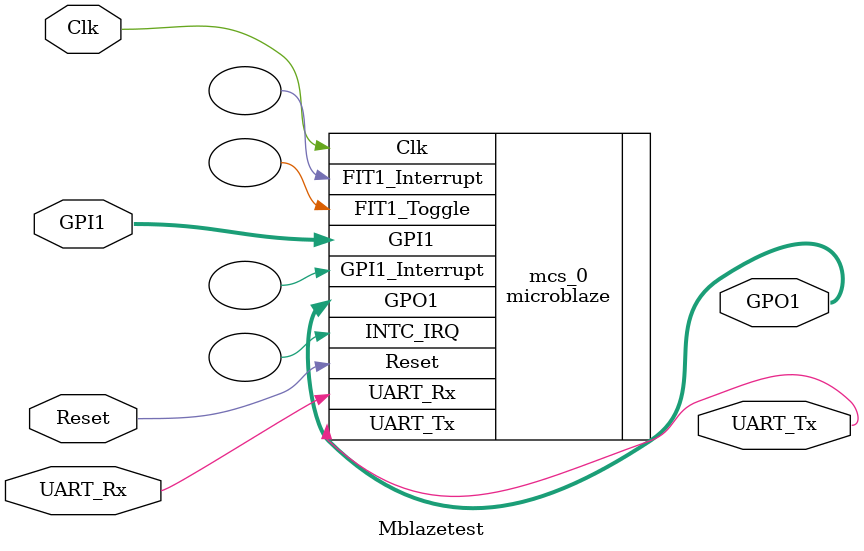
<source format=v>
`timescale 1ns / 1ps
module Mblazetest(
	input Clk,
	input Reset,
	input  [7:0] GPI1,
	output [7:0] GPO1,
	input UART_Rx,
	output UART_Tx
    );

	microblaze mcs_0 (
	  .Clk(Clk), // input Clk
	  .Reset(Reset), // input Reset
	  .UART_Rx(UART_Rx), // input UART_Rx
	  .UART_Tx(UART_Tx), // output UART_Tx
	  .FIT1_Interrupt(), // output FIT1_Interrupt
	  .FIT1_Toggle(), // output FIT1_Toggle
	  .GPO1(GPO1), // output [7 : 0] GPO1
	  .GPI1(GPI1), // input [7 : 0] GPI1
	  .GPI1_Interrupt(), // output GPI1_Interrupt
	  .INTC_IRQ() // output INTC_IRQ
	);
endmodule

</source>
